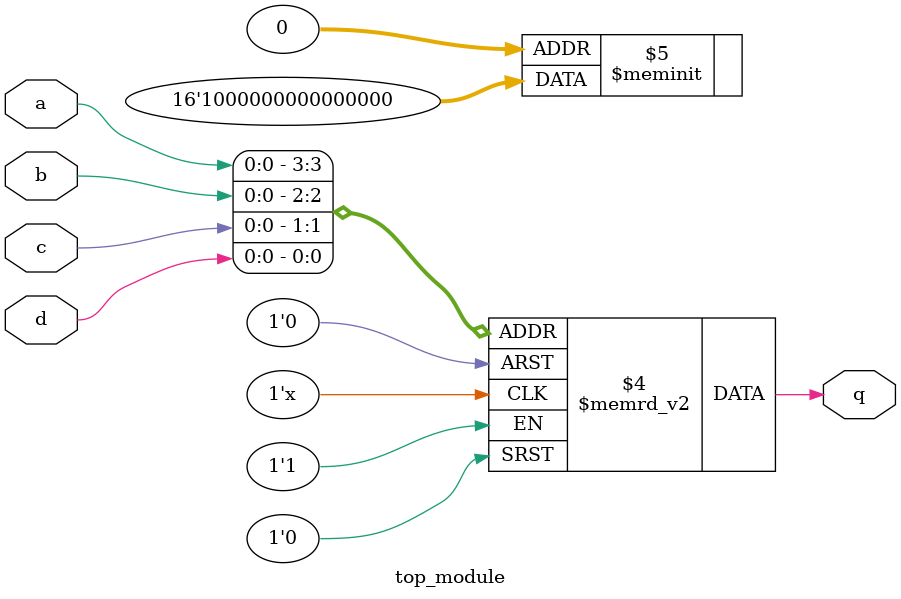
<source format=sv>
module top_module (
    input a,
    input b,
    input c,
    input d,
    output q
);

always @(*) begin
    case ({a, b, c, d})
        4'b0000, 4'b0001, 4'b0010, 4'b0011, 4'b0100, 4'b0101, 4'b0110, 4'b0111, 4'b1000, 4'b1001, 4'b1010, 4'b1011, 4'b1100, 4'b1101, 4'b1110: q = 0;
        4'b1111: q = 1;
    endcase
end

endmodule

</source>
